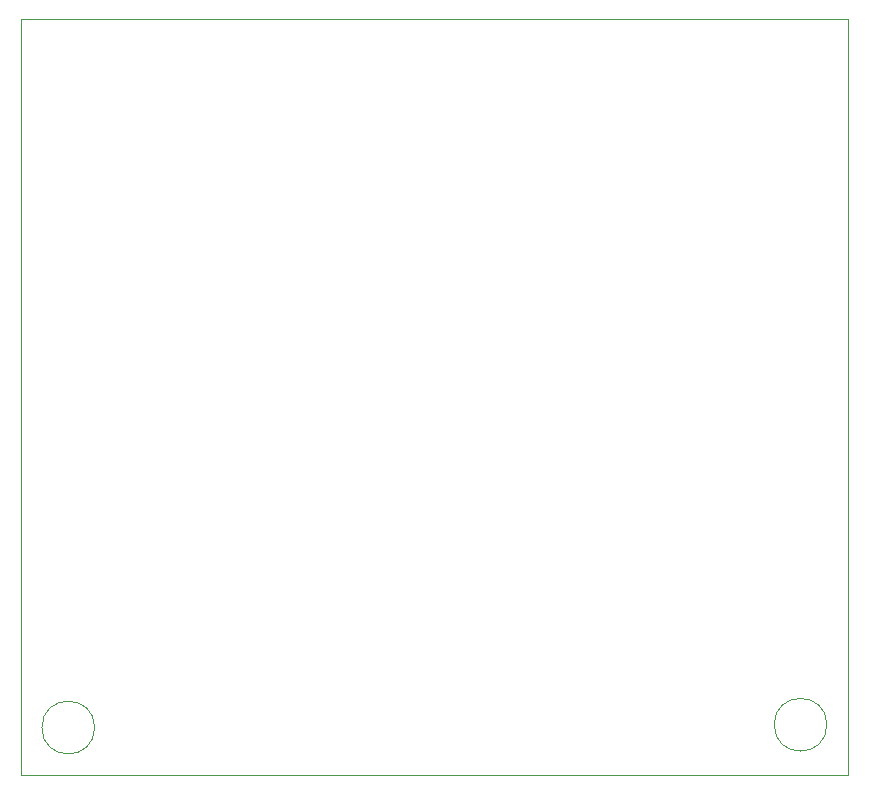
<source format=gbr>
G04 #@! TF.GenerationSoftware,KiCad,Pcbnew,8.0.3*
G04 #@! TF.CreationDate,2024-06-11T06:19:06-04:00*
G04 #@! TF.ProjectId,T41-2_Power,5434312d-325f-4506-9f77-65722e6b6963,rev?*
G04 #@! TF.SameCoordinates,Original*
G04 #@! TF.FileFunction,Profile,NP*
%FSLAX46Y46*%
G04 Gerber Fmt 4.6, Leading zero omitted, Abs format (unit mm)*
G04 Created by KiCad (PCBNEW 8.0.3) date 2024-06-11 06:19:06*
%MOMM*%
%LPD*%
G01*
G04 APERTURE LIST*
G04 #@! TA.AperFunction,Profile*
%ADD10C,0.050000*%
G04 #@! TD*
G04 APERTURE END LIST*
D10*
X168236068Y-125763933D02*
G75*
G02*
X163763932Y-125763933I-2236068J0D01*
G01*
X163763932Y-125763933D02*
G75*
G02*
X168236068Y-125763933I2236068J0D01*
G01*
X106236068Y-126000000D02*
G75*
G02*
X101763932Y-126000000I-2236068J0D01*
G01*
X101763932Y-126000000D02*
G75*
G02*
X106236068Y-126000000I2236068J0D01*
G01*
X100000000Y-66000000D02*
X170000000Y-66000000D01*
X170000000Y-130000000D01*
X100000000Y-130000000D01*
X100000000Y-66000000D01*
M02*

</source>
